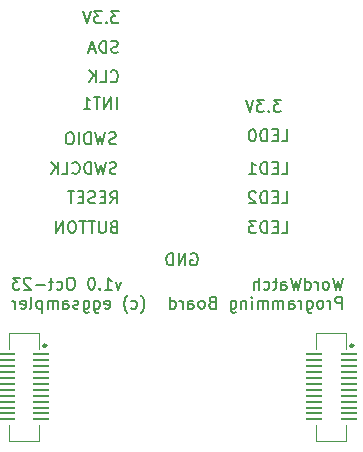
<source format=gbr>
%TF.GenerationSoftware,KiCad,Pcbnew,7.0.8*%
%TF.CreationDate,2023-11-08T20:28:38+10:00*%
%TF.ProjectId,ProgrammingBoard,50726f67-7261-46d6-9d69-6e67426f6172,rev?*%
%TF.SameCoordinates,Original*%
%TF.FileFunction,Legend,Bot*%
%TF.FilePolarity,Positive*%
%FSLAX46Y46*%
G04 Gerber Fmt 4.6, Leading zero omitted, Abs format (unit mm)*
G04 Created by KiCad (PCBNEW 7.0.8) date 2023-11-08 20:28:38*
%MOMM*%
%LPD*%
G01*
G04 APERTURE LIST*
G04 Aperture macros list*
%AMRoundRect*
0 Rectangle with rounded corners*
0 $1 Rounding radius*
0 $2 $3 $4 $5 $6 $7 $8 $9 X,Y pos of 4 corners*
0 Add a 4 corners polygon primitive as box body*
4,1,4,$2,$3,$4,$5,$6,$7,$8,$9,$2,$3,0*
0 Add four circle primitives for the rounded corners*
1,1,$1+$1,$2,$3*
1,1,$1+$1,$4,$5*
1,1,$1+$1,$6,$7*
1,1,$1+$1,$8,$9*
0 Add four rect primitives between the rounded corners*
20,1,$1+$1,$2,$3,$4,$5,0*
20,1,$1+$1,$4,$5,$6,$7,0*
20,1,$1+$1,$6,$7,$8,$9,0*
20,1,$1+$1,$8,$9,$2,$3,0*%
G04 Aperture macros list end*
%ADD10C,0.150000*%
%ADD11C,0.100000*%
%ADD12C,0.250000*%
%ADD13R,1.700000X1.700000*%
%ADD14O,1.700000X1.700000*%
%ADD15RoundRect,0.062500X0.612500X0.062500X-0.612500X0.062500X-0.612500X-0.062500X0.612500X-0.062500X0*%
G04 APERTURE END LIST*
D10*
X11777254Y14592800D02*
X11634397Y14545181D01*
X11634397Y14545181D02*
X11396302Y14545181D01*
X11396302Y14545181D02*
X11301064Y14592800D01*
X11301064Y14592800D02*
X11253445Y14640420D01*
X11253445Y14640420D02*
X11205826Y14735658D01*
X11205826Y14735658D02*
X11205826Y14830896D01*
X11205826Y14830896D02*
X11253445Y14926134D01*
X11253445Y14926134D02*
X11301064Y14973753D01*
X11301064Y14973753D02*
X11396302Y15021372D01*
X11396302Y15021372D02*
X11586778Y15068991D01*
X11586778Y15068991D02*
X11682016Y15116610D01*
X11682016Y15116610D02*
X11729635Y15164229D01*
X11729635Y15164229D02*
X11777254Y15259467D01*
X11777254Y15259467D02*
X11777254Y15354705D01*
X11777254Y15354705D02*
X11729635Y15449943D01*
X11729635Y15449943D02*
X11682016Y15497562D01*
X11682016Y15497562D02*
X11586778Y15545181D01*
X11586778Y15545181D02*
X11348683Y15545181D01*
X11348683Y15545181D02*
X11205826Y15497562D01*
X10872492Y15545181D02*
X10634397Y14545181D01*
X10634397Y14545181D02*
X10443921Y15259467D01*
X10443921Y15259467D02*
X10253445Y14545181D01*
X10253445Y14545181D02*
X10015350Y15545181D01*
X9634397Y14545181D02*
X9634397Y15545181D01*
X9634397Y15545181D02*
X9396302Y15545181D01*
X9396302Y15545181D02*
X9253445Y15497562D01*
X9253445Y15497562D02*
X9158207Y15402324D01*
X9158207Y15402324D02*
X9110588Y15307086D01*
X9110588Y15307086D02*
X9062969Y15116610D01*
X9062969Y15116610D02*
X9062969Y14973753D01*
X9062969Y14973753D02*
X9110588Y14783277D01*
X9110588Y14783277D02*
X9158207Y14688039D01*
X9158207Y14688039D02*
X9253445Y14592800D01*
X9253445Y14592800D02*
X9396302Y14545181D01*
X9396302Y14545181D02*
X9634397Y14545181D01*
X8634397Y14545181D02*
X8634397Y15545181D01*
X7967731Y15545181D02*
X7777255Y15545181D01*
X7777255Y15545181D02*
X7682017Y15497562D01*
X7682017Y15497562D02*
X7586779Y15402324D01*
X7586779Y15402324D02*
X7539160Y15211848D01*
X7539160Y15211848D02*
X7539160Y14878515D01*
X7539160Y14878515D02*
X7586779Y14688039D01*
X7586779Y14688039D02*
X7682017Y14592800D01*
X7682017Y14592800D02*
X7777255Y14545181D01*
X7777255Y14545181D02*
X7967731Y14545181D01*
X7967731Y14545181D02*
X8062969Y14592800D01*
X8062969Y14592800D02*
X8158207Y14688039D01*
X8158207Y14688039D02*
X8205826Y14878515D01*
X8205826Y14878515D02*
X8205826Y15211848D01*
X8205826Y15211848D02*
X8158207Y15402324D01*
X8158207Y15402324D02*
X8062969Y15497562D01*
X8062969Y15497562D02*
X7967731Y15545181D01*
X11848683Y17545181D02*
X11848683Y18545181D01*
X11372493Y17545181D02*
X11372493Y18545181D01*
X11372493Y18545181D02*
X10801065Y17545181D01*
X10801065Y17545181D02*
X10801065Y18545181D01*
X10467731Y18545181D02*
X9896303Y18545181D01*
X10182017Y17545181D02*
X10182017Y18545181D01*
X9039160Y17545181D02*
X9610588Y17545181D01*
X9324874Y17545181D02*
X9324874Y18545181D01*
X9324874Y18545181D02*
X9420112Y18402324D01*
X9420112Y18402324D02*
X9515350Y18307086D01*
X9515350Y18307086D02*
X9610588Y18259467D01*
X11341792Y19890420D02*
X11389411Y19842800D01*
X11389411Y19842800D02*
X11532268Y19795181D01*
X11532268Y19795181D02*
X11627506Y19795181D01*
X11627506Y19795181D02*
X11770363Y19842800D01*
X11770363Y19842800D02*
X11865601Y19938039D01*
X11865601Y19938039D02*
X11913220Y20033277D01*
X11913220Y20033277D02*
X11960839Y20223753D01*
X11960839Y20223753D02*
X11960839Y20366610D01*
X11960839Y20366610D02*
X11913220Y20557086D01*
X11913220Y20557086D02*
X11865601Y20652324D01*
X11865601Y20652324D02*
X11770363Y20747562D01*
X11770363Y20747562D02*
X11627506Y20795181D01*
X11627506Y20795181D02*
X11532268Y20795181D01*
X11532268Y20795181D02*
X11389411Y20747562D01*
X11389411Y20747562D02*
X11341792Y20699943D01*
X10437030Y19795181D02*
X10913220Y19795181D01*
X10913220Y19795181D02*
X10913220Y20795181D01*
X10103696Y19795181D02*
X10103696Y20795181D01*
X9532268Y19795181D02*
X9960839Y20366610D01*
X9532268Y20795181D02*
X10103696Y20223753D01*
X11960839Y22342800D02*
X11817982Y22295181D01*
X11817982Y22295181D02*
X11579887Y22295181D01*
X11579887Y22295181D02*
X11484649Y22342800D01*
X11484649Y22342800D02*
X11437030Y22390420D01*
X11437030Y22390420D02*
X11389411Y22485658D01*
X11389411Y22485658D02*
X11389411Y22580896D01*
X11389411Y22580896D02*
X11437030Y22676134D01*
X11437030Y22676134D02*
X11484649Y22723753D01*
X11484649Y22723753D02*
X11579887Y22771372D01*
X11579887Y22771372D02*
X11770363Y22818991D01*
X11770363Y22818991D02*
X11865601Y22866610D01*
X11865601Y22866610D02*
X11913220Y22914229D01*
X11913220Y22914229D02*
X11960839Y23009467D01*
X11960839Y23009467D02*
X11960839Y23104705D01*
X11960839Y23104705D02*
X11913220Y23199943D01*
X11913220Y23199943D02*
X11865601Y23247562D01*
X11865601Y23247562D02*
X11770363Y23295181D01*
X11770363Y23295181D02*
X11532268Y23295181D01*
X11532268Y23295181D02*
X11389411Y23247562D01*
X10960839Y22295181D02*
X10960839Y23295181D01*
X10960839Y23295181D02*
X10722744Y23295181D01*
X10722744Y23295181D02*
X10579887Y23247562D01*
X10579887Y23247562D02*
X10484649Y23152324D01*
X10484649Y23152324D02*
X10437030Y23057086D01*
X10437030Y23057086D02*
X10389411Y22866610D01*
X10389411Y22866610D02*
X10389411Y22723753D01*
X10389411Y22723753D02*
X10437030Y22533277D01*
X10437030Y22533277D02*
X10484649Y22438039D01*
X10484649Y22438039D02*
X10579887Y22342800D01*
X10579887Y22342800D02*
X10722744Y22295181D01*
X10722744Y22295181D02*
X10960839Y22295181D01*
X10008458Y22580896D02*
X9532268Y22580896D01*
X10103696Y22295181D02*
X9770363Y23295181D01*
X9770363Y23295181D02*
X9437030Y22295181D01*
X12008458Y25795181D02*
X11389411Y25795181D01*
X11389411Y25795181D02*
X11722744Y25414229D01*
X11722744Y25414229D02*
X11579887Y25414229D01*
X11579887Y25414229D02*
X11484649Y25366610D01*
X11484649Y25366610D02*
X11437030Y25318991D01*
X11437030Y25318991D02*
X11389411Y25223753D01*
X11389411Y25223753D02*
X11389411Y24985658D01*
X11389411Y24985658D02*
X11437030Y24890420D01*
X11437030Y24890420D02*
X11484649Y24842800D01*
X11484649Y24842800D02*
X11579887Y24795181D01*
X11579887Y24795181D02*
X11865601Y24795181D01*
X11865601Y24795181D02*
X11960839Y24842800D01*
X11960839Y24842800D02*
X12008458Y24890420D01*
X10960839Y24890420D02*
X10913220Y24842800D01*
X10913220Y24842800D02*
X10960839Y24795181D01*
X10960839Y24795181D02*
X11008458Y24842800D01*
X11008458Y24842800D02*
X10960839Y24890420D01*
X10960839Y24890420D02*
X10960839Y24795181D01*
X10579887Y25795181D02*
X9960840Y25795181D01*
X9960840Y25795181D02*
X10294173Y25414229D01*
X10294173Y25414229D02*
X10151316Y25414229D01*
X10151316Y25414229D02*
X10056078Y25366610D01*
X10056078Y25366610D02*
X10008459Y25318991D01*
X10008459Y25318991D02*
X9960840Y25223753D01*
X9960840Y25223753D02*
X9960840Y24985658D01*
X9960840Y24985658D02*
X10008459Y24890420D01*
X10008459Y24890420D02*
X10056078Y24842800D01*
X10056078Y24842800D02*
X10151316Y24795181D01*
X10151316Y24795181D02*
X10437030Y24795181D01*
X10437030Y24795181D02*
X10532268Y24842800D01*
X10532268Y24842800D02*
X10579887Y24890420D01*
X9675125Y25795181D02*
X9341792Y24795181D01*
X9341792Y24795181D02*
X9008459Y25795181D01*
X25758458Y18295181D02*
X25139411Y18295181D01*
X25139411Y18295181D02*
X25472744Y17914229D01*
X25472744Y17914229D02*
X25329887Y17914229D01*
X25329887Y17914229D02*
X25234649Y17866610D01*
X25234649Y17866610D02*
X25187030Y17818991D01*
X25187030Y17818991D02*
X25139411Y17723753D01*
X25139411Y17723753D02*
X25139411Y17485658D01*
X25139411Y17485658D02*
X25187030Y17390420D01*
X25187030Y17390420D02*
X25234649Y17342800D01*
X25234649Y17342800D02*
X25329887Y17295181D01*
X25329887Y17295181D02*
X25615601Y17295181D01*
X25615601Y17295181D02*
X25710839Y17342800D01*
X25710839Y17342800D02*
X25758458Y17390420D01*
X24710839Y17390420D02*
X24663220Y17342800D01*
X24663220Y17342800D02*
X24710839Y17295181D01*
X24710839Y17295181D02*
X24758458Y17342800D01*
X24758458Y17342800D02*
X24710839Y17390420D01*
X24710839Y17390420D02*
X24710839Y17295181D01*
X24329887Y18295181D02*
X23710840Y18295181D01*
X23710840Y18295181D02*
X24044173Y17914229D01*
X24044173Y17914229D02*
X23901316Y17914229D01*
X23901316Y17914229D02*
X23806078Y17866610D01*
X23806078Y17866610D02*
X23758459Y17818991D01*
X23758459Y17818991D02*
X23710840Y17723753D01*
X23710840Y17723753D02*
X23710840Y17485658D01*
X23710840Y17485658D02*
X23758459Y17390420D01*
X23758459Y17390420D02*
X23806078Y17342800D01*
X23806078Y17342800D02*
X23901316Y17295181D01*
X23901316Y17295181D02*
X24187030Y17295181D01*
X24187030Y17295181D02*
X24282268Y17342800D01*
X24282268Y17342800D02*
X24329887Y17390420D01*
X23425125Y18295181D02*
X23091792Y17295181D01*
X23091792Y17295181D02*
X22758459Y18295181D01*
X18139411Y5247562D02*
X18234649Y5295181D01*
X18234649Y5295181D02*
X18377506Y5295181D01*
X18377506Y5295181D02*
X18520363Y5247562D01*
X18520363Y5247562D02*
X18615601Y5152324D01*
X18615601Y5152324D02*
X18663220Y5057086D01*
X18663220Y5057086D02*
X18710839Y4866610D01*
X18710839Y4866610D02*
X18710839Y4723753D01*
X18710839Y4723753D02*
X18663220Y4533277D01*
X18663220Y4533277D02*
X18615601Y4438039D01*
X18615601Y4438039D02*
X18520363Y4342800D01*
X18520363Y4342800D02*
X18377506Y4295181D01*
X18377506Y4295181D02*
X18282268Y4295181D01*
X18282268Y4295181D02*
X18139411Y4342800D01*
X18139411Y4342800D02*
X18091792Y4390420D01*
X18091792Y4390420D02*
X18091792Y4723753D01*
X18091792Y4723753D02*
X18282268Y4723753D01*
X17663220Y4295181D02*
X17663220Y5295181D01*
X17663220Y5295181D02*
X17091792Y4295181D01*
X17091792Y4295181D02*
X17091792Y5295181D01*
X16615601Y4295181D02*
X16615601Y5295181D01*
X16615601Y5295181D02*
X16377506Y5295181D01*
X16377506Y5295181D02*
X16234649Y5247562D01*
X16234649Y5247562D02*
X16139411Y5152324D01*
X16139411Y5152324D02*
X16091792Y5057086D01*
X16091792Y5057086D02*
X16044173Y4866610D01*
X16044173Y4866610D02*
X16044173Y4723753D01*
X16044173Y4723753D02*
X16091792Y4533277D01*
X16091792Y4533277D02*
X16139411Y4438039D01*
X16139411Y4438039D02*
X16234649Y4342800D01*
X16234649Y4342800D02*
X16377506Y4295181D01*
X16377506Y4295181D02*
X16615601Y4295181D01*
X25801065Y9545181D02*
X26277255Y9545181D01*
X26277255Y9545181D02*
X26277255Y10545181D01*
X25467731Y10068991D02*
X25134398Y10068991D01*
X24991541Y9545181D02*
X25467731Y9545181D01*
X25467731Y9545181D02*
X25467731Y10545181D01*
X25467731Y10545181D02*
X24991541Y10545181D01*
X24562969Y9545181D02*
X24562969Y10545181D01*
X24562969Y10545181D02*
X24324874Y10545181D01*
X24324874Y10545181D02*
X24182017Y10497562D01*
X24182017Y10497562D02*
X24086779Y10402324D01*
X24086779Y10402324D02*
X24039160Y10307086D01*
X24039160Y10307086D02*
X23991541Y10116610D01*
X23991541Y10116610D02*
X23991541Y9973753D01*
X23991541Y9973753D02*
X24039160Y9783277D01*
X24039160Y9783277D02*
X24086779Y9688039D01*
X24086779Y9688039D02*
X24182017Y9592800D01*
X24182017Y9592800D02*
X24324874Y9545181D01*
X24324874Y9545181D02*
X24562969Y9545181D01*
X23610588Y10449943D02*
X23562969Y10497562D01*
X23562969Y10497562D02*
X23467731Y10545181D01*
X23467731Y10545181D02*
X23229636Y10545181D01*
X23229636Y10545181D02*
X23134398Y10497562D01*
X23134398Y10497562D02*
X23086779Y10449943D01*
X23086779Y10449943D02*
X23039160Y10354705D01*
X23039160Y10354705D02*
X23039160Y10259467D01*
X23039160Y10259467D02*
X23086779Y10116610D01*
X23086779Y10116610D02*
X23658207Y9545181D01*
X23658207Y9545181D02*
X23039160Y9545181D01*
X25801065Y12045181D02*
X26277255Y12045181D01*
X26277255Y12045181D02*
X26277255Y13045181D01*
X25467731Y12568991D02*
X25134398Y12568991D01*
X24991541Y12045181D02*
X25467731Y12045181D01*
X25467731Y12045181D02*
X25467731Y13045181D01*
X25467731Y13045181D02*
X24991541Y13045181D01*
X24562969Y12045181D02*
X24562969Y13045181D01*
X24562969Y13045181D02*
X24324874Y13045181D01*
X24324874Y13045181D02*
X24182017Y12997562D01*
X24182017Y12997562D02*
X24086779Y12902324D01*
X24086779Y12902324D02*
X24039160Y12807086D01*
X24039160Y12807086D02*
X23991541Y12616610D01*
X23991541Y12616610D02*
X23991541Y12473753D01*
X23991541Y12473753D02*
X24039160Y12283277D01*
X24039160Y12283277D02*
X24086779Y12188039D01*
X24086779Y12188039D02*
X24182017Y12092800D01*
X24182017Y12092800D02*
X24324874Y12045181D01*
X24324874Y12045181D02*
X24562969Y12045181D01*
X23039160Y12045181D02*
X23610588Y12045181D01*
X23324874Y12045181D02*
X23324874Y13045181D01*
X23324874Y13045181D02*
X23420112Y12902324D01*
X23420112Y12902324D02*
X23515350Y12807086D01*
X23515350Y12807086D02*
X23610588Y12759467D01*
X12229636Y2906848D02*
X11991541Y2240181D01*
X11991541Y2240181D02*
X11753446Y2906848D01*
X10848684Y2240181D02*
X11420112Y2240181D01*
X11134398Y2240181D02*
X11134398Y3240181D01*
X11134398Y3240181D02*
X11229636Y3097324D01*
X11229636Y3097324D02*
X11324874Y3002086D01*
X11324874Y3002086D02*
X11420112Y2954467D01*
X10420112Y2335420D02*
X10372493Y2287800D01*
X10372493Y2287800D02*
X10420112Y2240181D01*
X10420112Y2240181D02*
X10467731Y2287800D01*
X10467731Y2287800D02*
X10420112Y2335420D01*
X10420112Y2335420D02*
X10420112Y2240181D01*
X9753446Y3240181D02*
X9658208Y3240181D01*
X9658208Y3240181D02*
X9562970Y3192562D01*
X9562970Y3192562D02*
X9515351Y3144943D01*
X9515351Y3144943D02*
X9467732Y3049705D01*
X9467732Y3049705D02*
X9420113Y2859229D01*
X9420113Y2859229D02*
X9420113Y2621134D01*
X9420113Y2621134D02*
X9467732Y2430658D01*
X9467732Y2430658D02*
X9515351Y2335420D01*
X9515351Y2335420D02*
X9562970Y2287800D01*
X9562970Y2287800D02*
X9658208Y2240181D01*
X9658208Y2240181D02*
X9753446Y2240181D01*
X9753446Y2240181D02*
X9848684Y2287800D01*
X9848684Y2287800D02*
X9896303Y2335420D01*
X9896303Y2335420D02*
X9943922Y2430658D01*
X9943922Y2430658D02*
X9991541Y2621134D01*
X9991541Y2621134D02*
X9991541Y2859229D01*
X9991541Y2859229D02*
X9943922Y3049705D01*
X9943922Y3049705D02*
X9896303Y3144943D01*
X9896303Y3144943D02*
X9848684Y3192562D01*
X9848684Y3192562D02*
X9753446Y3240181D01*
X8039160Y3240181D02*
X7848684Y3240181D01*
X7848684Y3240181D02*
X7753446Y3192562D01*
X7753446Y3192562D02*
X7658208Y3097324D01*
X7658208Y3097324D02*
X7610589Y2906848D01*
X7610589Y2906848D02*
X7610589Y2573515D01*
X7610589Y2573515D02*
X7658208Y2383039D01*
X7658208Y2383039D02*
X7753446Y2287800D01*
X7753446Y2287800D02*
X7848684Y2240181D01*
X7848684Y2240181D02*
X8039160Y2240181D01*
X8039160Y2240181D02*
X8134398Y2287800D01*
X8134398Y2287800D02*
X8229636Y2383039D01*
X8229636Y2383039D02*
X8277255Y2573515D01*
X8277255Y2573515D02*
X8277255Y2906848D01*
X8277255Y2906848D02*
X8229636Y3097324D01*
X8229636Y3097324D02*
X8134398Y3192562D01*
X8134398Y3192562D02*
X8039160Y3240181D01*
X6753446Y2287800D02*
X6848684Y2240181D01*
X6848684Y2240181D02*
X7039160Y2240181D01*
X7039160Y2240181D02*
X7134398Y2287800D01*
X7134398Y2287800D02*
X7182017Y2335420D01*
X7182017Y2335420D02*
X7229636Y2430658D01*
X7229636Y2430658D02*
X7229636Y2716372D01*
X7229636Y2716372D02*
X7182017Y2811610D01*
X7182017Y2811610D02*
X7134398Y2859229D01*
X7134398Y2859229D02*
X7039160Y2906848D01*
X7039160Y2906848D02*
X6848684Y2906848D01*
X6848684Y2906848D02*
X6753446Y2859229D01*
X6467731Y2906848D02*
X6086779Y2906848D01*
X6324874Y3240181D02*
X6324874Y2383039D01*
X6324874Y2383039D02*
X6277255Y2287800D01*
X6277255Y2287800D02*
X6182017Y2240181D01*
X6182017Y2240181D02*
X6086779Y2240181D01*
X5753445Y2621134D02*
X4991541Y2621134D01*
X4562969Y3144943D02*
X4515350Y3192562D01*
X4515350Y3192562D02*
X4420112Y3240181D01*
X4420112Y3240181D02*
X4182017Y3240181D01*
X4182017Y3240181D02*
X4086779Y3192562D01*
X4086779Y3192562D02*
X4039160Y3144943D01*
X4039160Y3144943D02*
X3991541Y3049705D01*
X3991541Y3049705D02*
X3991541Y2954467D01*
X3991541Y2954467D02*
X4039160Y2811610D01*
X4039160Y2811610D02*
X4610588Y2240181D01*
X4610588Y2240181D02*
X3991541Y2240181D01*
X3658207Y3240181D02*
X3039160Y3240181D01*
X3039160Y3240181D02*
X3372493Y2859229D01*
X3372493Y2859229D02*
X3229636Y2859229D01*
X3229636Y2859229D02*
X3134398Y2811610D01*
X3134398Y2811610D02*
X3086779Y2763991D01*
X3086779Y2763991D02*
X3039160Y2668753D01*
X3039160Y2668753D02*
X3039160Y2430658D01*
X3039160Y2430658D02*
X3086779Y2335420D01*
X3086779Y2335420D02*
X3134398Y2287800D01*
X3134398Y2287800D02*
X3229636Y2240181D01*
X3229636Y2240181D02*
X3515350Y2240181D01*
X3515350Y2240181D02*
X3610588Y2287800D01*
X3610588Y2287800D02*
X3658207Y2335420D01*
X13896305Y249229D02*
X13943924Y296848D01*
X13943924Y296848D02*
X14039162Y439705D01*
X14039162Y439705D02*
X14086781Y534943D01*
X14086781Y534943D02*
X14134400Y677800D01*
X14134400Y677800D02*
X14182019Y915896D01*
X14182019Y915896D02*
X14182019Y1106372D01*
X14182019Y1106372D02*
X14134400Y1344467D01*
X14134400Y1344467D02*
X14086781Y1487324D01*
X14086781Y1487324D02*
X14039162Y1582562D01*
X14039162Y1582562D02*
X13943924Y1725420D01*
X13943924Y1725420D02*
X13896305Y1773039D01*
X13086781Y677800D02*
X13182019Y630181D01*
X13182019Y630181D02*
X13372495Y630181D01*
X13372495Y630181D02*
X13467733Y677800D01*
X13467733Y677800D02*
X13515352Y725420D01*
X13515352Y725420D02*
X13562971Y820658D01*
X13562971Y820658D02*
X13562971Y1106372D01*
X13562971Y1106372D02*
X13515352Y1201610D01*
X13515352Y1201610D02*
X13467733Y1249229D01*
X13467733Y1249229D02*
X13372495Y1296848D01*
X13372495Y1296848D02*
X13182019Y1296848D01*
X13182019Y1296848D02*
X13086781Y1249229D01*
X12753447Y249229D02*
X12705828Y296848D01*
X12705828Y296848D02*
X12610590Y439705D01*
X12610590Y439705D02*
X12562971Y534943D01*
X12562971Y534943D02*
X12515352Y677800D01*
X12515352Y677800D02*
X12467733Y915896D01*
X12467733Y915896D02*
X12467733Y1106372D01*
X12467733Y1106372D02*
X12515352Y1344467D01*
X12515352Y1344467D02*
X12562971Y1487324D01*
X12562971Y1487324D02*
X12610590Y1582562D01*
X12610590Y1582562D02*
X12705828Y1725420D01*
X12705828Y1725420D02*
X12753447Y1773039D01*
X10848685Y677800D02*
X10943923Y630181D01*
X10943923Y630181D02*
X11134399Y630181D01*
X11134399Y630181D02*
X11229637Y677800D01*
X11229637Y677800D02*
X11277256Y773039D01*
X11277256Y773039D02*
X11277256Y1153991D01*
X11277256Y1153991D02*
X11229637Y1249229D01*
X11229637Y1249229D02*
X11134399Y1296848D01*
X11134399Y1296848D02*
X10943923Y1296848D01*
X10943923Y1296848D02*
X10848685Y1249229D01*
X10848685Y1249229D02*
X10801066Y1153991D01*
X10801066Y1153991D02*
X10801066Y1058753D01*
X10801066Y1058753D02*
X11277256Y963515D01*
X9943923Y1296848D02*
X9943923Y487324D01*
X9943923Y487324D02*
X9991542Y392086D01*
X9991542Y392086D02*
X10039161Y344467D01*
X10039161Y344467D02*
X10134399Y296848D01*
X10134399Y296848D02*
X10277256Y296848D01*
X10277256Y296848D02*
X10372494Y344467D01*
X9943923Y677800D02*
X10039161Y630181D01*
X10039161Y630181D02*
X10229637Y630181D01*
X10229637Y630181D02*
X10324875Y677800D01*
X10324875Y677800D02*
X10372494Y725420D01*
X10372494Y725420D02*
X10420113Y820658D01*
X10420113Y820658D02*
X10420113Y1106372D01*
X10420113Y1106372D02*
X10372494Y1201610D01*
X10372494Y1201610D02*
X10324875Y1249229D01*
X10324875Y1249229D02*
X10229637Y1296848D01*
X10229637Y1296848D02*
X10039161Y1296848D01*
X10039161Y1296848D02*
X9943923Y1249229D01*
X9039161Y1296848D02*
X9039161Y487324D01*
X9039161Y487324D02*
X9086780Y392086D01*
X9086780Y392086D02*
X9134399Y344467D01*
X9134399Y344467D02*
X9229637Y296848D01*
X9229637Y296848D02*
X9372494Y296848D01*
X9372494Y296848D02*
X9467732Y344467D01*
X9039161Y677800D02*
X9134399Y630181D01*
X9134399Y630181D02*
X9324875Y630181D01*
X9324875Y630181D02*
X9420113Y677800D01*
X9420113Y677800D02*
X9467732Y725420D01*
X9467732Y725420D02*
X9515351Y820658D01*
X9515351Y820658D02*
X9515351Y1106372D01*
X9515351Y1106372D02*
X9467732Y1201610D01*
X9467732Y1201610D02*
X9420113Y1249229D01*
X9420113Y1249229D02*
X9324875Y1296848D01*
X9324875Y1296848D02*
X9134399Y1296848D01*
X9134399Y1296848D02*
X9039161Y1249229D01*
X8610589Y677800D02*
X8515351Y630181D01*
X8515351Y630181D02*
X8324875Y630181D01*
X8324875Y630181D02*
X8229637Y677800D01*
X8229637Y677800D02*
X8182018Y773039D01*
X8182018Y773039D02*
X8182018Y820658D01*
X8182018Y820658D02*
X8229637Y915896D01*
X8229637Y915896D02*
X8324875Y963515D01*
X8324875Y963515D02*
X8467732Y963515D01*
X8467732Y963515D02*
X8562970Y1011134D01*
X8562970Y1011134D02*
X8610589Y1106372D01*
X8610589Y1106372D02*
X8610589Y1153991D01*
X8610589Y1153991D02*
X8562970Y1249229D01*
X8562970Y1249229D02*
X8467732Y1296848D01*
X8467732Y1296848D02*
X8324875Y1296848D01*
X8324875Y1296848D02*
X8229637Y1249229D01*
X7324875Y630181D02*
X7324875Y1153991D01*
X7324875Y1153991D02*
X7372494Y1249229D01*
X7372494Y1249229D02*
X7467732Y1296848D01*
X7467732Y1296848D02*
X7658208Y1296848D01*
X7658208Y1296848D02*
X7753446Y1249229D01*
X7324875Y677800D02*
X7420113Y630181D01*
X7420113Y630181D02*
X7658208Y630181D01*
X7658208Y630181D02*
X7753446Y677800D01*
X7753446Y677800D02*
X7801065Y773039D01*
X7801065Y773039D02*
X7801065Y868277D01*
X7801065Y868277D02*
X7753446Y963515D01*
X7753446Y963515D02*
X7658208Y1011134D01*
X7658208Y1011134D02*
X7420113Y1011134D01*
X7420113Y1011134D02*
X7324875Y1058753D01*
X6848684Y630181D02*
X6848684Y1296848D01*
X6848684Y1201610D02*
X6801065Y1249229D01*
X6801065Y1249229D02*
X6705827Y1296848D01*
X6705827Y1296848D02*
X6562970Y1296848D01*
X6562970Y1296848D02*
X6467732Y1249229D01*
X6467732Y1249229D02*
X6420113Y1153991D01*
X6420113Y1153991D02*
X6420113Y630181D01*
X6420113Y1153991D02*
X6372494Y1249229D01*
X6372494Y1249229D02*
X6277256Y1296848D01*
X6277256Y1296848D02*
X6134399Y1296848D01*
X6134399Y1296848D02*
X6039160Y1249229D01*
X6039160Y1249229D02*
X5991541Y1153991D01*
X5991541Y1153991D02*
X5991541Y630181D01*
X5515351Y1296848D02*
X5515351Y296848D01*
X5515351Y1249229D02*
X5420113Y1296848D01*
X5420113Y1296848D02*
X5229637Y1296848D01*
X5229637Y1296848D02*
X5134399Y1249229D01*
X5134399Y1249229D02*
X5086780Y1201610D01*
X5086780Y1201610D02*
X5039161Y1106372D01*
X5039161Y1106372D02*
X5039161Y820658D01*
X5039161Y820658D02*
X5086780Y725420D01*
X5086780Y725420D02*
X5134399Y677800D01*
X5134399Y677800D02*
X5229637Y630181D01*
X5229637Y630181D02*
X5420113Y630181D01*
X5420113Y630181D02*
X5515351Y677800D01*
X4467732Y630181D02*
X4562970Y677800D01*
X4562970Y677800D02*
X4610589Y773039D01*
X4610589Y773039D02*
X4610589Y1630181D01*
X3705827Y677800D02*
X3801065Y630181D01*
X3801065Y630181D02*
X3991541Y630181D01*
X3991541Y630181D02*
X4086779Y677800D01*
X4086779Y677800D02*
X4134398Y773039D01*
X4134398Y773039D02*
X4134398Y1153991D01*
X4134398Y1153991D02*
X4086779Y1249229D01*
X4086779Y1249229D02*
X3991541Y1296848D01*
X3991541Y1296848D02*
X3801065Y1296848D01*
X3801065Y1296848D02*
X3705827Y1249229D01*
X3705827Y1249229D02*
X3658208Y1153991D01*
X3658208Y1153991D02*
X3658208Y1058753D01*
X3658208Y1058753D02*
X4134398Y963515D01*
X3229636Y630181D02*
X3229636Y1296848D01*
X3229636Y1106372D02*
X3182017Y1201610D01*
X3182017Y1201610D02*
X3134398Y1249229D01*
X3134398Y1249229D02*
X3039160Y1296848D01*
X3039160Y1296848D02*
X2943922Y1296848D01*
X25801065Y7045181D02*
X26277255Y7045181D01*
X26277255Y7045181D02*
X26277255Y8045181D01*
X25467731Y7568991D02*
X25134398Y7568991D01*
X24991541Y7045181D02*
X25467731Y7045181D01*
X25467731Y7045181D02*
X25467731Y8045181D01*
X25467731Y8045181D02*
X24991541Y8045181D01*
X24562969Y7045181D02*
X24562969Y8045181D01*
X24562969Y8045181D02*
X24324874Y8045181D01*
X24324874Y8045181D02*
X24182017Y7997562D01*
X24182017Y7997562D02*
X24086779Y7902324D01*
X24086779Y7902324D02*
X24039160Y7807086D01*
X24039160Y7807086D02*
X23991541Y7616610D01*
X23991541Y7616610D02*
X23991541Y7473753D01*
X23991541Y7473753D02*
X24039160Y7283277D01*
X24039160Y7283277D02*
X24086779Y7188039D01*
X24086779Y7188039D02*
X24182017Y7092800D01*
X24182017Y7092800D02*
X24324874Y7045181D01*
X24324874Y7045181D02*
X24562969Y7045181D01*
X23658207Y8045181D02*
X23039160Y8045181D01*
X23039160Y8045181D02*
X23372493Y7664229D01*
X23372493Y7664229D02*
X23229636Y7664229D01*
X23229636Y7664229D02*
X23134398Y7616610D01*
X23134398Y7616610D02*
X23086779Y7568991D01*
X23086779Y7568991D02*
X23039160Y7473753D01*
X23039160Y7473753D02*
X23039160Y7235658D01*
X23039160Y7235658D02*
X23086779Y7140420D01*
X23086779Y7140420D02*
X23134398Y7092800D01*
X23134398Y7092800D02*
X23229636Y7045181D01*
X23229636Y7045181D02*
X23515350Y7045181D01*
X23515350Y7045181D02*
X23610588Y7092800D01*
X23610588Y7092800D02*
X23658207Y7140420D01*
X31008458Y3240181D02*
X30770363Y2240181D01*
X30770363Y2240181D02*
X30579887Y2954467D01*
X30579887Y2954467D02*
X30389411Y2240181D01*
X30389411Y2240181D02*
X30151316Y3240181D01*
X29627506Y2240181D02*
X29722744Y2287800D01*
X29722744Y2287800D02*
X29770363Y2335420D01*
X29770363Y2335420D02*
X29817982Y2430658D01*
X29817982Y2430658D02*
X29817982Y2716372D01*
X29817982Y2716372D02*
X29770363Y2811610D01*
X29770363Y2811610D02*
X29722744Y2859229D01*
X29722744Y2859229D02*
X29627506Y2906848D01*
X29627506Y2906848D02*
X29484649Y2906848D01*
X29484649Y2906848D02*
X29389411Y2859229D01*
X29389411Y2859229D02*
X29341792Y2811610D01*
X29341792Y2811610D02*
X29294173Y2716372D01*
X29294173Y2716372D02*
X29294173Y2430658D01*
X29294173Y2430658D02*
X29341792Y2335420D01*
X29341792Y2335420D02*
X29389411Y2287800D01*
X29389411Y2287800D02*
X29484649Y2240181D01*
X29484649Y2240181D02*
X29627506Y2240181D01*
X28865601Y2240181D02*
X28865601Y2906848D01*
X28865601Y2716372D02*
X28817982Y2811610D01*
X28817982Y2811610D02*
X28770363Y2859229D01*
X28770363Y2859229D02*
X28675125Y2906848D01*
X28675125Y2906848D02*
X28579887Y2906848D01*
X27817982Y2240181D02*
X27817982Y3240181D01*
X27817982Y2287800D02*
X27913220Y2240181D01*
X27913220Y2240181D02*
X28103696Y2240181D01*
X28103696Y2240181D02*
X28198934Y2287800D01*
X28198934Y2287800D02*
X28246553Y2335420D01*
X28246553Y2335420D02*
X28294172Y2430658D01*
X28294172Y2430658D02*
X28294172Y2716372D01*
X28294172Y2716372D02*
X28246553Y2811610D01*
X28246553Y2811610D02*
X28198934Y2859229D01*
X28198934Y2859229D02*
X28103696Y2906848D01*
X28103696Y2906848D02*
X27913220Y2906848D01*
X27913220Y2906848D02*
X27817982Y2859229D01*
X27437029Y3240181D02*
X27198934Y2240181D01*
X27198934Y2240181D02*
X27008458Y2954467D01*
X27008458Y2954467D02*
X26817982Y2240181D01*
X26817982Y2240181D02*
X26579887Y3240181D01*
X25770363Y2240181D02*
X25770363Y2763991D01*
X25770363Y2763991D02*
X25817982Y2859229D01*
X25817982Y2859229D02*
X25913220Y2906848D01*
X25913220Y2906848D02*
X26103696Y2906848D01*
X26103696Y2906848D02*
X26198934Y2859229D01*
X25770363Y2287800D02*
X25865601Y2240181D01*
X25865601Y2240181D02*
X26103696Y2240181D01*
X26103696Y2240181D02*
X26198934Y2287800D01*
X26198934Y2287800D02*
X26246553Y2383039D01*
X26246553Y2383039D02*
X26246553Y2478277D01*
X26246553Y2478277D02*
X26198934Y2573515D01*
X26198934Y2573515D02*
X26103696Y2621134D01*
X26103696Y2621134D02*
X25865601Y2621134D01*
X25865601Y2621134D02*
X25770363Y2668753D01*
X25437029Y2906848D02*
X25056077Y2906848D01*
X25294172Y3240181D02*
X25294172Y2383039D01*
X25294172Y2383039D02*
X25246553Y2287800D01*
X25246553Y2287800D02*
X25151315Y2240181D01*
X25151315Y2240181D02*
X25056077Y2240181D01*
X24294172Y2287800D02*
X24389410Y2240181D01*
X24389410Y2240181D02*
X24579886Y2240181D01*
X24579886Y2240181D02*
X24675124Y2287800D01*
X24675124Y2287800D02*
X24722743Y2335420D01*
X24722743Y2335420D02*
X24770362Y2430658D01*
X24770362Y2430658D02*
X24770362Y2716372D01*
X24770362Y2716372D02*
X24722743Y2811610D01*
X24722743Y2811610D02*
X24675124Y2859229D01*
X24675124Y2859229D02*
X24579886Y2906848D01*
X24579886Y2906848D02*
X24389410Y2906848D01*
X24389410Y2906848D02*
X24294172Y2859229D01*
X23865600Y2240181D02*
X23865600Y3240181D01*
X23437029Y2240181D02*
X23437029Y2763991D01*
X23437029Y2763991D02*
X23484648Y2859229D01*
X23484648Y2859229D02*
X23579886Y2906848D01*
X23579886Y2906848D02*
X23722743Y2906848D01*
X23722743Y2906848D02*
X23817981Y2859229D01*
X23817981Y2859229D02*
X23865600Y2811610D01*
X30913220Y630181D02*
X30913220Y1630181D01*
X30913220Y1630181D02*
X30532268Y1630181D01*
X30532268Y1630181D02*
X30437030Y1582562D01*
X30437030Y1582562D02*
X30389411Y1534943D01*
X30389411Y1534943D02*
X30341792Y1439705D01*
X30341792Y1439705D02*
X30341792Y1296848D01*
X30341792Y1296848D02*
X30389411Y1201610D01*
X30389411Y1201610D02*
X30437030Y1153991D01*
X30437030Y1153991D02*
X30532268Y1106372D01*
X30532268Y1106372D02*
X30913220Y1106372D01*
X29913220Y630181D02*
X29913220Y1296848D01*
X29913220Y1106372D02*
X29865601Y1201610D01*
X29865601Y1201610D02*
X29817982Y1249229D01*
X29817982Y1249229D02*
X29722744Y1296848D01*
X29722744Y1296848D02*
X29627506Y1296848D01*
X29151315Y630181D02*
X29246553Y677800D01*
X29246553Y677800D02*
X29294172Y725420D01*
X29294172Y725420D02*
X29341791Y820658D01*
X29341791Y820658D02*
X29341791Y1106372D01*
X29341791Y1106372D02*
X29294172Y1201610D01*
X29294172Y1201610D02*
X29246553Y1249229D01*
X29246553Y1249229D02*
X29151315Y1296848D01*
X29151315Y1296848D02*
X29008458Y1296848D01*
X29008458Y1296848D02*
X28913220Y1249229D01*
X28913220Y1249229D02*
X28865601Y1201610D01*
X28865601Y1201610D02*
X28817982Y1106372D01*
X28817982Y1106372D02*
X28817982Y820658D01*
X28817982Y820658D02*
X28865601Y725420D01*
X28865601Y725420D02*
X28913220Y677800D01*
X28913220Y677800D02*
X29008458Y630181D01*
X29008458Y630181D02*
X29151315Y630181D01*
X27960839Y1296848D02*
X27960839Y487324D01*
X27960839Y487324D02*
X28008458Y392086D01*
X28008458Y392086D02*
X28056077Y344467D01*
X28056077Y344467D02*
X28151315Y296848D01*
X28151315Y296848D02*
X28294172Y296848D01*
X28294172Y296848D02*
X28389410Y344467D01*
X27960839Y677800D02*
X28056077Y630181D01*
X28056077Y630181D02*
X28246553Y630181D01*
X28246553Y630181D02*
X28341791Y677800D01*
X28341791Y677800D02*
X28389410Y725420D01*
X28389410Y725420D02*
X28437029Y820658D01*
X28437029Y820658D02*
X28437029Y1106372D01*
X28437029Y1106372D02*
X28389410Y1201610D01*
X28389410Y1201610D02*
X28341791Y1249229D01*
X28341791Y1249229D02*
X28246553Y1296848D01*
X28246553Y1296848D02*
X28056077Y1296848D01*
X28056077Y1296848D02*
X27960839Y1249229D01*
X27484648Y630181D02*
X27484648Y1296848D01*
X27484648Y1106372D02*
X27437029Y1201610D01*
X27437029Y1201610D02*
X27389410Y1249229D01*
X27389410Y1249229D02*
X27294172Y1296848D01*
X27294172Y1296848D02*
X27198934Y1296848D01*
X26437029Y630181D02*
X26437029Y1153991D01*
X26437029Y1153991D02*
X26484648Y1249229D01*
X26484648Y1249229D02*
X26579886Y1296848D01*
X26579886Y1296848D02*
X26770362Y1296848D01*
X26770362Y1296848D02*
X26865600Y1249229D01*
X26437029Y677800D02*
X26532267Y630181D01*
X26532267Y630181D02*
X26770362Y630181D01*
X26770362Y630181D02*
X26865600Y677800D01*
X26865600Y677800D02*
X26913219Y773039D01*
X26913219Y773039D02*
X26913219Y868277D01*
X26913219Y868277D02*
X26865600Y963515D01*
X26865600Y963515D02*
X26770362Y1011134D01*
X26770362Y1011134D02*
X26532267Y1011134D01*
X26532267Y1011134D02*
X26437029Y1058753D01*
X25960838Y630181D02*
X25960838Y1296848D01*
X25960838Y1201610D02*
X25913219Y1249229D01*
X25913219Y1249229D02*
X25817981Y1296848D01*
X25817981Y1296848D02*
X25675124Y1296848D01*
X25675124Y1296848D02*
X25579886Y1249229D01*
X25579886Y1249229D02*
X25532267Y1153991D01*
X25532267Y1153991D02*
X25532267Y630181D01*
X25532267Y1153991D02*
X25484648Y1249229D01*
X25484648Y1249229D02*
X25389410Y1296848D01*
X25389410Y1296848D02*
X25246553Y1296848D01*
X25246553Y1296848D02*
X25151314Y1249229D01*
X25151314Y1249229D02*
X25103695Y1153991D01*
X25103695Y1153991D02*
X25103695Y630181D01*
X24627505Y630181D02*
X24627505Y1296848D01*
X24627505Y1201610D02*
X24579886Y1249229D01*
X24579886Y1249229D02*
X24484648Y1296848D01*
X24484648Y1296848D02*
X24341791Y1296848D01*
X24341791Y1296848D02*
X24246553Y1249229D01*
X24246553Y1249229D02*
X24198934Y1153991D01*
X24198934Y1153991D02*
X24198934Y630181D01*
X24198934Y1153991D02*
X24151315Y1249229D01*
X24151315Y1249229D02*
X24056077Y1296848D01*
X24056077Y1296848D02*
X23913220Y1296848D01*
X23913220Y1296848D02*
X23817981Y1249229D01*
X23817981Y1249229D02*
X23770362Y1153991D01*
X23770362Y1153991D02*
X23770362Y630181D01*
X23294172Y630181D02*
X23294172Y1296848D01*
X23294172Y1630181D02*
X23341791Y1582562D01*
X23341791Y1582562D02*
X23294172Y1534943D01*
X23294172Y1534943D02*
X23246553Y1582562D01*
X23246553Y1582562D02*
X23294172Y1630181D01*
X23294172Y1630181D02*
X23294172Y1534943D01*
X22817982Y1296848D02*
X22817982Y630181D01*
X22817982Y1201610D02*
X22770363Y1249229D01*
X22770363Y1249229D02*
X22675125Y1296848D01*
X22675125Y1296848D02*
X22532268Y1296848D01*
X22532268Y1296848D02*
X22437030Y1249229D01*
X22437030Y1249229D02*
X22389411Y1153991D01*
X22389411Y1153991D02*
X22389411Y630181D01*
X21484649Y1296848D02*
X21484649Y487324D01*
X21484649Y487324D02*
X21532268Y392086D01*
X21532268Y392086D02*
X21579887Y344467D01*
X21579887Y344467D02*
X21675125Y296848D01*
X21675125Y296848D02*
X21817982Y296848D01*
X21817982Y296848D02*
X21913220Y344467D01*
X21484649Y677800D02*
X21579887Y630181D01*
X21579887Y630181D02*
X21770363Y630181D01*
X21770363Y630181D02*
X21865601Y677800D01*
X21865601Y677800D02*
X21913220Y725420D01*
X21913220Y725420D02*
X21960839Y820658D01*
X21960839Y820658D02*
X21960839Y1106372D01*
X21960839Y1106372D02*
X21913220Y1201610D01*
X21913220Y1201610D02*
X21865601Y1249229D01*
X21865601Y1249229D02*
X21770363Y1296848D01*
X21770363Y1296848D02*
X21579887Y1296848D01*
X21579887Y1296848D02*
X21484649Y1249229D01*
X19913220Y1153991D02*
X19770363Y1106372D01*
X19770363Y1106372D02*
X19722744Y1058753D01*
X19722744Y1058753D02*
X19675125Y963515D01*
X19675125Y963515D02*
X19675125Y820658D01*
X19675125Y820658D02*
X19722744Y725420D01*
X19722744Y725420D02*
X19770363Y677800D01*
X19770363Y677800D02*
X19865601Y630181D01*
X19865601Y630181D02*
X20246553Y630181D01*
X20246553Y630181D02*
X20246553Y1630181D01*
X20246553Y1630181D02*
X19913220Y1630181D01*
X19913220Y1630181D02*
X19817982Y1582562D01*
X19817982Y1582562D02*
X19770363Y1534943D01*
X19770363Y1534943D02*
X19722744Y1439705D01*
X19722744Y1439705D02*
X19722744Y1344467D01*
X19722744Y1344467D02*
X19770363Y1249229D01*
X19770363Y1249229D02*
X19817982Y1201610D01*
X19817982Y1201610D02*
X19913220Y1153991D01*
X19913220Y1153991D02*
X20246553Y1153991D01*
X19103696Y630181D02*
X19198934Y677800D01*
X19198934Y677800D02*
X19246553Y725420D01*
X19246553Y725420D02*
X19294172Y820658D01*
X19294172Y820658D02*
X19294172Y1106372D01*
X19294172Y1106372D02*
X19246553Y1201610D01*
X19246553Y1201610D02*
X19198934Y1249229D01*
X19198934Y1249229D02*
X19103696Y1296848D01*
X19103696Y1296848D02*
X18960839Y1296848D01*
X18960839Y1296848D02*
X18865601Y1249229D01*
X18865601Y1249229D02*
X18817982Y1201610D01*
X18817982Y1201610D02*
X18770363Y1106372D01*
X18770363Y1106372D02*
X18770363Y820658D01*
X18770363Y820658D02*
X18817982Y725420D01*
X18817982Y725420D02*
X18865601Y677800D01*
X18865601Y677800D02*
X18960839Y630181D01*
X18960839Y630181D02*
X19103696Y630181D01*
X17913220Y630181D02*
X17913220Y1153991D01*
X17913220Y1153991D02*
X17960839Y1249229D01*
X17960839Y1249229D02*
X18056077Y1296848D01*
X18056077Y1296848D02*
X18246553Y1296848D01*
X18246553Y1296848D02*
X18341791Y1249229D01*
X17913220Y677800D02*
X18008458Y630181D01*
X18008458Y630181D02*
X18246553Y630181D01*
X18246553Y630181D02*
X18341791Y677800D01*
X18341791Y677800D02*
X18389410Y773039D01*
X18389410Y773039D02*
X18389410Y868277D01*
X18389410Y868277D02*
X18341791Y963515D01*
X18341791Y963515D02*
X18246553Y1011134D01*
X18246553Y1011134D02*
X18008458Y1011134D01*
X18008458Y1011134D02*
X17913220Y1058753D01*
X17437029Y630181D02*
X17437029Y1296848D01*
X17437029Y1106372D02*
X17389410Y1201610D01*
X17389410Y1201610D02*
X17341791Y1249229D01*
X17341791Y1249229D02*
X17246553Y1296848D01*
X17246553Y1296848D02*
X17151315Y1296848D01*
X16389410Y630181D02*
X16389410Y1630181D01*
X16389410Y677800D02*
X16484648Y630181D01*
X16484648Y630181D02*
X16675124Y630181D01*
X16675124Y630181D02*
X16770362Y677800D01*
X16770362Y677800D02*
X16817981Y725420D01*
X16817981Y725420D02*
X16865600Y820658D01*
X16865600Y820658D02*
X16865600Y1106372D01*
X16865600Y1106372D02*
X16817981Y1201610D01*
X16817981Y1201610D02*
X16770362Y1249229D01*
X16770362Y1249229D02*
X16675124Y1296848D01*
X16675124Y1296848D02*
X16484648Y1296848D01*
X16484648Y1296848D02*
X16389410Y1249229D01*
X11812969Y12092800D02*
X11670112Y12045181D01*
X11670112Y12045181D02*
X11432017Y12045181D01*
X11432017Y12045181D02*
X11336779Y12092800D01*
X11336779Y12092800D02*
X11289160Y12140420D01*
X11289160Y12140420D02*
X11241541Y12235658D01*
X11241541Y12235658D02*
X11241541Y12330896D01*
X11241541Y12330896D02*
X11289160Y12426134D01*
X11289160Y12426134D02*
X11336779Y12473753D01*
X11336779Y12473753D02*
X11432017Y12521372D01*
X11432017Y12521372D02*
X11622493Y12568991D01*
X11622493Y12568991D02*
X11717731Y12616610D01*
X11717731Y12616610D02*
X11765350Y12664229D01*
X11765350Y12664229D02*
X11812969Y12759467D01*
X11812969Y12759467D02*
X11812969Y12854705D01*
X11812969Y12854705D02*
X11765350Y12949943D01*
X11765350Y12949943D02*
X11717731Y12997562D01*
X11717731Y12997562D02*
X11622493Y13045181D01*
X11622493Y13045181D02*
X11384398Y13045181D01*
X11384398Y13045181D02*
X11241541Y12997562D01*
X10908207Y13045181D02*
X10670112Y12045181D01*
X10670112Y12045181D02*
X10479636Y12759467D01*
X10479636Y12759467D02*
X10289160Y12045181D01*
X10289160Y12045181D02*
X10051065Y13045181D01*
X9670112Y12045181D02*
X9670112Y13045181D01*
X9670112Y13045181D02*
X9432017Y13045181D01*
X9432017Y13045181D02*
X9289160Y12997562D01*
X9289160Y12997562D02*
X9193922Y12902324D01*
X9193922Y12902324D02*
X9146303Y12807086D01*
X9146303Y12807086D02*
X9098684Y12616610D01*
X9098684Y12616610D02*
X9098684Y12473753D01*
X9098684Y12473753D02*
X9146303Y12283277D01*
X9146303Y12283277D02*
X9193922Y12188039D01*
X9193922Y12188039D02*
X9289160Y12092800D01*
X9289160Y12092800D02*
X9432017Y12045181D01*
X9432017Y12045181D02*
X9670112Y12045181D01*
X8098684Y12140420D02*
X8146303Y12092800D01*
X8146303Y12092800D02*
X8289160Y12045181D01*
X8289160Y12045181D02*
X8384398Y12045181D01*
X8384398Y12045181D02*
X8527255Y12092800D01*
X8527255Y12092800D02*
X8622493Y12188039D01*
X8622493Y12188039D02*
X8670112Y12283277D01*
X8670112Y12283277D02*
X8717731Y12473753D01*
X8717731Y12473753D02*
X8717731Y12616610D01*
X8717731Y12616610D02*
X8670112Y12807086D01*
X8670112Y12807086D02*
X8622493Y12902324D01*
X8622493Y12902324D02*
X8527255Y12997562D01*
X8527255Y12997562D02*
X8384398Y13045181D01*
X8384398Y13045181D02*
X8289160Y13045181D01*
X8289160Y13045181D02*
X8146303Y12997562D01*
X8146303Y12997562D02*
X8098684Y12949943D01*
X7193922Y12045181D02*
X7670112Y12045181D01*
X7670112Y12045181D02*
X7670112Y13045181D01*
X6860588Y12045181D02*
X6860588Y13045181D01*
X6289160Y12045181D02*
X6717731Y12616610D01*
X6289160Y13045181D02*
X6860588Y12473753D01*
X25801065Y14795181D02*
X26277255Y14795181D01*
X26277255Y14795181D02*
X26277255Y15795181D01*
X25467731Y15318991D02*
X25134398Y15318991D01*
X24991541Y14795181D02*
X25467731Y14795181D01*
X25467731Y14795181D02*
X25467731Y15795181D01*
X25467731Y15795181D02*
X24991541Y15795181D01*
X24562969Y14795181D02*
X24562969Y15795181D01*
X24562969Y15795181D02*
X24324874Y15795181D01*
X24324874Y15795181D02*
X24182017Y15747562D01*
X24182017Y15747562D02*
X24086779Y15652324D01*
X24086779Y15652324D02*
X24039160Y15557086D01*
X24039160Y15557086D02*
X23991541Y15366610D01*
X23991541Y15366610D02*
X23991541Y15223753D01*
X23991541Y15223753D02*
X24039160Y15033277D01*
X24039160Y15033277D02*
X24086779Y14938039D01*
X24086779Y14938039D02*
X24182017Y14842800D01*
X24182017Y14842800D02*
X24324874Y14795181D01*
X24324874Y14795181D02*
X24562969Y14795181D01*
X23372493Y15795181D02*
X23277255Y15795181D01*
X23277255Y15795181D02*
X23182017Y15747562D01*
X23182017Y15747562D02*
X23134398Y15699943D01*
X23134398Y15699943D02*
X23086779Y15604705D01*
X23086779Y15604705D02*
X23039160Y15414229D01*
X23039160Y15414229D02*
X23039160Y15176134D01*
X23039160Y15176134D02*
X23086779Y14985658D01*
X23086779Y14985658D02*
X23134398Y14890420D01*
X23134398Y14890420D02*
X23182017Y14842800D01*
X23182017Y14842800D02*
X23277255Y14795181D01*
X23277255Y14795181D02*
X23372493Y14795181D01*
X23372493Y14795181D02*
X23467731Y14842800D01*
X23467731Y14842800D02*
X23515350Y14890420D01*
X23515350Y14890420D02*
X23562969Y14985658D01*
X23562969Y14985658D02*
X23610588Y15176134D01*
X23610588Y15176134D02*
X23610588Y15414229D01*
X23610588Y15414229D02*
X23562969Y15604705D01*
X23562969Y15604705D02*
X23515350Y15699943D01*
X23515350Y15699943D02*
X23467731Y15747562D01*
X23467731Y15747562D02*
X23372493Y15795181D01*
X11312970Y9545181D02*
X11646303Y10021372D01*
X11884398Y9545181D02*
X11884398Y10545181D01*
X11884398Y10545181D02*
X11503446Y10545181D01*
X11503446Y10545181D02*
X11408208Y10497562D01*
X11408208Y10497562D02*
X11360589Y10449943D01*
X11360589Y10449943D02*
X11312970Y10354705D01*
X11312970Y10354705D02*
X11312970Y10211848D01*
X11312970Y10211848D02*
X11360589Y10116610D01*
X11360589Y10116610D02*
X11408208Y10068991D01*
X11408208Y10068991D02*
X11503446Y10021372D01*
X11503446Y10021372D02*
X11884398Y10021372D01*
X10884398Y10068991D02*
X10551065Y10068991D01*
X10408208Y9545181D02*
X10884398Y9545181D01*
X10884398Y9545181D02*
X10884398Y10545181D01*
X10884398Y10545181D02*
X10408208Y10545181D01*
X10027255Y9592800D02*
X9884398Y9545181D01*
X9884398Y9545181D02*
X9646303Y9545181D01*
X9646303Y9545181D02*
X9551065Y9592800D01*
X9551065Y9592800D02*
X9503446Y9640420D01*
X9503446Y9640420D02*
X9455827Y9735658D01*
X9455827Y9735658D02*
X9455827Y9830896D01*
X9455827Y9830896D02*
X9503446Y9926134D01*
X9503446Y9926134D02*
X9551065Y9973753D01*
X9551065Y9973753D02*
X9646303Y10021372D01*
X9646303Y10021372D02*
X9836779Y10068991D01*
X9836779Y10068991D02*
X9932017Y10116610D01*
X9932017Y10116610D02*
X9979636Y10164229D01*
X9979636Y10164229D02*
X10027255Y10259467D01*
X10027255Y10259467D02*
X10027255Y10354705D01*
X10027255Y10354705D02*
X9979636Y10449943D01*
X9979636Y10449943D02*
X9932017Y10497562D01*
X9932017Y10497562D02*
X9836779Y10545181D01*
X9836779Y10545181D02*
X9598684Y10545181D01*
X9598684Y10545181D02*
X9455827Y10497562D01*
X9027255Y10068991D02*
X8693922Y10068991D01*
X8551065Y9545181D02*
X9027255Y9545181D01*
X9027255Y9545181D02*
X9027255Y10545181D01*
X9027255Y10545181D02*
X8551065Y10545181D01*
X8265350Y10545181D02*
X7693922Y10545181D01*
X7979636Y9545181D02*
X7979636Y10545181D01*
X11579887Y7568991D02*
X11437030Y7521372D01*
X11437030Y7521372D02*
X11389411Y7473753D01*
X11389411Y7473753D02*
X11341792Y7378515D01*
X11341792Y7378515D02*
X11341792Y7235658D01*
X11341792Y7235658D02*
X11389411Y7140420D01*
X11389411Y7140420D02*
X11437030Y7092800D01*
X11437030Y7092800D02*
X11532268Y7045181D01*
X11532268Y7045181D02*
X11913220Y7045181D01*
X11913220Y7045181D02*
X11913220Y8045181D01*
X11913220Y8045181D02*
X11579887Y8045181D01*
X11579887Y8045181D02*
X11484649Y7997562D01*
X11484649Y7997562D02*
X11437030Y7949943D01*
X11437030Y7949943D02*
X11389411Y7854705D01*
X11389411Y7854705D02*
X11389411Y7759467D01*
X11389411Y7759467D02*
X11437030Y7664229D01*
X11437030Y7664229D02*
X11484649Y7616610D01*
X11484649Y7616610D02*
X11579887Y7568991D01*
X11579887Y7568991D02*
X11913220Y7568991D01*
X10913220Y8045181D02*
X10913220Y7235658D01*
X10913220Y7235658D02*
X10865601Y7140420D01*
X10865601Y7140420D02*
X10817982Y7092800D01*
X10817982Y7092800D02*
X10722744Y7045181D01*
X10722744Y7045181D02*
X10532268Y7045181D01*
X10532268Y7045181D02*
X10437030Y7092800D01*
X10437030Y7092800D02*
X10389411Y7140420D01*
X10389411Y7140420D02*
X10341792Y7235658D01*
X10341792Y7235658D02*
X10341792Y8045181D01*
X10008458Y8045181D02*
X9437030Y8045181D01*
X9722744Y7045181D02*
X9722744Y8045181D01*
X9246553Y8045181D02*
X8675125Y8045181D01*
X8960839Y7045181D02*
X8960839Y8045181D01*
X8151315Y8045181D02*
X7960839Y8045181D01*
X7960839Y8045181D02*
X7865601Y7997562D01*
X7865601Y7997562D02*
X7770363Y7902324D01*
X7770363Y7902324D02*
X7722744Y7711848D01*
X7722744Y7711848D02*
X7722744Y7378515D01*
X7722744Y7378515D02*
X7770363Y7188039D01*
X7770363Y7188039D02*
X7865601Y7092800D01*
X7865601Y7092800D02*
X7960839Y7045181D01*
X7960839Y7045181D02*
X8151315Y7045181D01*
X8151315Y7045181D02*
X8246553Y7092800D01*
X8246553Y7092800D02*
X8341791Y7188039D01*
X8341791Y7188039D02*
X8389410Y7378515D01*
X8389410Y7378515D02*
X8389410Y7711848D01*
X8389410Y7711848D02*
X8341791Y7902324D01*
X8341791Y7902324D02*
X8246553Y7997562D01*
X8246553Y7997562D02*
X8151315Y8045181D01*
X7294172Y7045181D02*
X7294172Y8045181D01*
X7294172Y8045181D02*
X6722744Y7045181D01*
X6722744Y7045181D02*
X6722744Y8045181D01*
D11*
%TO.C,J1*%
X31250000Y-9250000D02*
X31250000Y-10550000D01*
X31250000Y-2750000D02*
X31250000Y-1450000D01*
X31250000Y-1450000D02*
X28750000Y-1450000D01*
X28750000Y-10550000D02*
X31250000Y-10550000D01*
X28750000Y-9250000D02*
X28750000Y-10550000D01*
X28750000Y-2750000D02*
X28750000Y-1450000D01*
D12*
X31875000Y-2500000D02*
G75*
G03*
X31875000Y-2500000I-125000J0D01*
G01*
D11*
%TO.C,J3*%
X5250000Y-9250000D02*
X5250000Y-10550000D01*
X5250000Y-2750000D02*
X5250000Y-1450000D01*
X5250000Y-1450000D02*
X2750000Y-1450000D01*
X2750000Y-10550000D02*
X5250000Y-10550000D01*
X2750000Y-9250000D02*
X2750000Y-10550000D01*
X2750000Y-2750000D02*
X2750000Y-1450000D01*
D12*
X5875000Y-2500000D02*
G75*
G03*
X5875000Y-2500000I-125000J0D01*
G01*
%TD*%
%LPC*%
D13*
%TO.C,J6*%
X14000000Y25320000D03*
D14*
X14000000Y22780000D03*
X14000000Y20240000D03*
X14000000Y17700000D03*
X14000000Y15160000D03*
X14000000Y12620000D03*
X14000000Y10080000D03*
X14000000Y7540000D03*
X14000000Y5000000D03*
%TD*%
%TO.C,J5*%
X20750000Y5000000D03*
X20750000Y7540000D03*
X20750000Y10080000D03*
X20750000Y12620000D03*
X20750000Y15160000D03*
D13*
X20750000Y17700000D03*
%TD*%
D15*
%TO.C,J1*%
X31475000Y-3250000D03*
X28525000Y-3250000D03*
X31475000Y-3750000D03*
X28525000Y-3750000D03*
X31475000Y-4250000D03*
X28525000Y-4250000D03*
X31475000Y-4750000D03*
X28525000Y-4750000D03*
X31475000Y-5250000D03*
X28525000Y-5250000D03*
X31475000Y-5750000D03*
X28525000Y-5750000D03*
X31475000Y-6250000D03*
X28525000Y-6250000D03*
X31475000Y-6750000D03*
X28525000Y-6750000D03*
X31475000Y-7250000D03*
X28525000Y-7250000D03*
X31475000Y-7750000D03*
X28525000Y-7750000D03*
X31475000Y-8250000D03*
X28525000Y-8250000D03*
X31475000Y-8750000D03*
X28525000Y-8750000D03*
%TD*%
%TO.C,J3*%
X5475000Y-3250000D03*
X2525000Y-3250000D03*
X5475000Y-3750000D03*
X2525000Y-3750000D03*
X5475000Y-4250000D03*
X2525000Y-4250000D03*
X5475000Y-4750000D03*
X2525000Y-4750000D03*
X5475000Y-5250000D03*
X2525000Y-5250000D03*
X5475000Y-5750000D03*
X2525000Y-5750000D03*
X5475000Y-6250000D03*
X2525000Y-6250000D03*
X5475000Y-6750000D03*
X2525000Y-6750000D03*
X5475000Y-7250000D03*
X2525000Y-7250000D03*
X5475000Y-7750000D03*
X2525000Y-7750000D03*
X5475000Y-8250000D03*
X2525000Y-8250000D03*
X5475000Y-8750000D03*
X2525000Y-8750000D03*
%TD*%
%LPD*%
M02*

</source>
